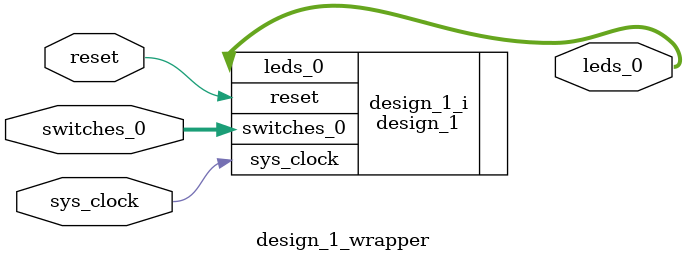
<source format=v>
`timescale 1 ps / 1 ps

module design_1_wrapper
   (leds_0,
    reset,
    switches_0,
    sys_clock);
  output [3:0]leds_0;
  input reset;
  input [3:0]switches_0;
  input sys_clock;

  wire [3:0]leds_0;
  wire reset;
  wire [3:0]switches_0;
  wire sys_clock;

  design_1 design_1_i
       (.leds_0(leds_0),
        .reset(reset),
        .switches_0(switches_0),
        .sys_clock(sys_clock));
endmodule

</source>
